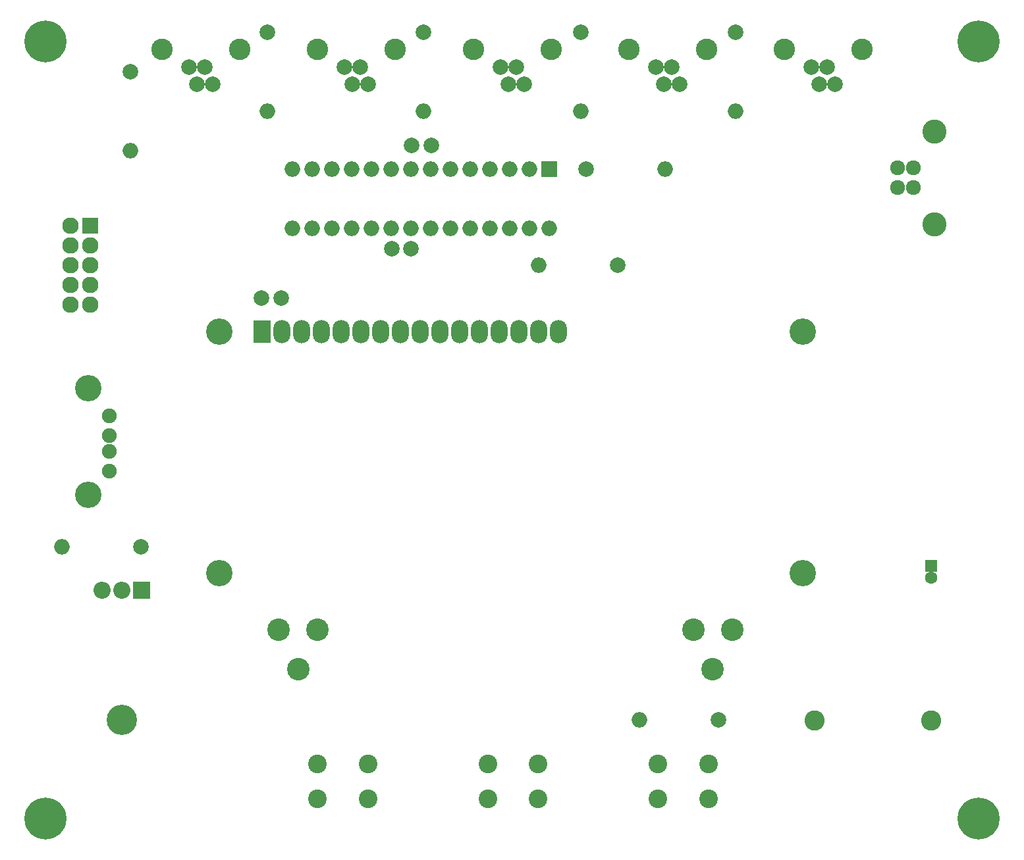
<source format=gbr>
G04 #@! TF.FileFunction,Soldermask,Bot*
%FSLAX46Y46*%
G04 Gerber Fmt 4.6, Leading zero omitted, Abs format (unit mm)*
G04 Created by KiCad (PCBNEW 4.0.6) date Sunday, July 23, 2017 'AMt' 01:04:53 AM*
%MOMM*%
%LPD*%
G01*
G04 APERTURE LIST*
%ADD10C,0.100000*%
%ADD11C,5.400000*%
%ADD12C,2.000000*%
%ADD13R,2.200000X3.000000*%
%ADD14O,2.200000X3.000000*%
%ADD15C,3.400000*%
%ADD16C,2.760000*%
%ADD17C,2.600000*%
%ADD18O,2.000000X2.000000*%
%ADD19C,2.900000*%
%ADD20R,2.000000X2.000000*%
%ADD21C,1.920000*%
%ADD22C,3.100000*%
%ADD23C,1.900000*%
%ADD24C,2.400000*%
%ADD25O,3.900000X3.900000*%
%ADD26R,2.200000X2.200000*%
%ADD27O,2.200000X2.200000*%
%ADD28R,1.600000X1.600000*%
%ADD29C,1.600000*%
%ADD30R,2.127200X2.127200*%
%ADD31O,2.127200X2.127200*%
G04 APERTURE END LIST*
D10*
D11*
X225000000Y-35000000D03*
X225000000Y-135000000D03*
X105000000Y-135000000D03*
D12*
X154600000Y-48400000D03*
X152100000Y-48400000D03*
X135300000Y-68000000D03*
X132800000Y-68000000D03*
D13*
X132842000Y-72390000D03*
D14*
X135382000Y-72390000D03*
X137922000Y-72390000D03*
X140462000Y-72390000D03*
X143002000Y-72390000D03*
X145542000Y-72390000D03*
X148082000Y-72390000D03*
X150622000Y-72390000D03*
X153162000Y-72390000D03*
X155702000Y-72390000D03*
X158242000Y-72390000D03*
X160782000Y-72390000D03*
X163322000Y-72390000D03*
X165862000Y-72390000D03*
X168402000Y-72390000D03*
X170942000Y-72390000D03*
D15*
X127342900Y-72390000D03*
X127342900Y-103390700D03*
X202341480Y-103390700D03*
X202342000Y-72390000D03*
D12*
X203470000Y-38300000D03*
X204490000Y-40540000D03*
X205510000Y-38300000D03*
X206530000Y-40540000D03*
D16*
X200000000Y-36000000D03*
X210000000Y-36000000D03*
D12*
X183470000Y-38300000D03*
X184490000Y-40540000D03*
X185510000Y-38300000D03*
X186530000Y-40540000D03*
D16*
X180000000Y-36000000D03*
X190000000Y-36000000D03*
D12*
X163470000Y-38300000D03*
X164490000Y-40540000D03*
X165510000Y-38300000D03*
X166530000Y-40540000D03*
D16*
X160000000Y-36000000D03*
X170000000Y-36000000D03*
D12*
X143470000Y-38300000D03*
X144490000Y-40540000D03*
X145510000Y-38300000D03*
X146530000Y-40540000D03*
D16*
X140000000Y-36000000D03*
X150000000Y-36000000D03*
D12*
X123470000Y-38300000D03*
X124490000Y-40540000D03*
X125510000Y-38300000D03*
X126530000Y-40540000D03*
D16*
X120000000Y-36000000D03*
X130000000Y-36000000D03*
D17*
X218900000Y-122400000D03*
X203900000Y-122400000D03*
D12*
X174500000Y-51400000D03*
D18*
X184660000Y-51400000D03*
D12*
X117300000Y-100000000D03*
D18*
X107140000Y-100000000D03*
D12*
X191500000Y-122300000D03*
D18*
X181340000Y-122300000D03*
D12*
X178600000Y-63800000D03*
D18*
X168440000Y-63800000D03*
D12*
X193700000Y-33800000D03*
D18*
X193700000Y-43960000D03*
D12*
X173800000Y-33800000D03*
D18*
X173800000Y-43960000D03*
D12*
X153600000Y-33800000D03*
D18*
X153600000Y-43960000D03*
D12*
X133500000Y-33800000D03*
D18*
X133500000Y-43960000D03*
D12*
X115900000Y-38900000D03*
D18*
X115900000Y-49060000D03*
D19*
X190800000Y-115740000D03*
X193300000Y-110700000D03*
X188300000Y-110700000D03*
X137500000Y-115740000D03*
X140000000Y-110700000D03*
X135000000Y-110700000D03*
D20*
X169800000Y-51400000D03*
D18*
X136780000Y-59020000D03*
X167260000Y-51400000D03*
X139320000Y-59020000D03*
X164720000Y-51400000D03*
X141860000Y-59020000D03*
X162180000Y-51400000D03*
X144400000Y-59020000D03*
X159640000Y-51400000D03*
X146940000Y-59020000D03*
X157100000Y-51400000D03*
X149480000Y-59020000D03*
X154560000Y-51400000D03*
X152020000Y-59020000D03*
X152020000Y-51400000D03*
X154560000Y-59020000D03*
X149480000Y-51400000D03*
X157100000Y-59020000D03*
X146940000Y-51400000D03*
X159640000Y-59020000D03*
X144400000Y-51400000D03*
X162180000Y-59020000D03*
X141860000Y-51400000D03*
X164720000Y-59020000D03*
X139320000Y-51400000D03*
X167260000Y-59020000D03*
X136780000Y-51400000D03*
X169800000Y-59020000D03*
D21*
X214600000Y-53840000D03*
X214600000Y-51300000D03*
X216600000Y-51300000D03*
X216600000Y-53840000D03*
D22*
X219300000Y-58570000D03*
X219300000Y-46570000D03*
D23*
X113200000Y-90310000D03*
X113200000Y-87770000D03*
X113200000Y-85740000D03*
X113200000Y-83200000D03*
D15*
X110530000Y-93360000D03*
X110530000Y-79640000D03*
D12*
X152000000Y-61700000D03*
X149500000Y-61700000D03*
D24*
X140000000Y-132500000D03*
X140000000Y-128000000D03*
X146500000Y-132500000D03*
X146500000Y-128000000D03*
X161875000Y-132500000D03*
X161875000Y-128000000D03*
X168375000Y-132500000D03*
X168375000Y-128000000D03*
X183750000Y-132500000D03*
X183750000Y-128000000D03*
X190250000Y-132500000D03*
X190250000Y-128000000D03*
D25*
X114860000Y-122260000D03*
D26*
X117400000Y-105600000D03*
D27*
X114860000Y-105600000D03*
X112320000Y-105600000D03*
D11*
X105000000Y-35000000D03*
D28*
X218900000Y-102500000D03*
D29*
X218900000Y-104000000D03*
D30*
X110800000Y-58700000D03*
D31*
X108260000Y-58700000D03*
X110800000Y-61240000D03*
X108260000Y-61240000D03*
X110800000Y-63780000D03*
X108260000Y-63780000D03*
X110800000Y-66320000D03*
X108260000Y-66320000D03*
X110800000Y-68860000D03*
X108260000Y-68860000D03*
M02*

</source>
